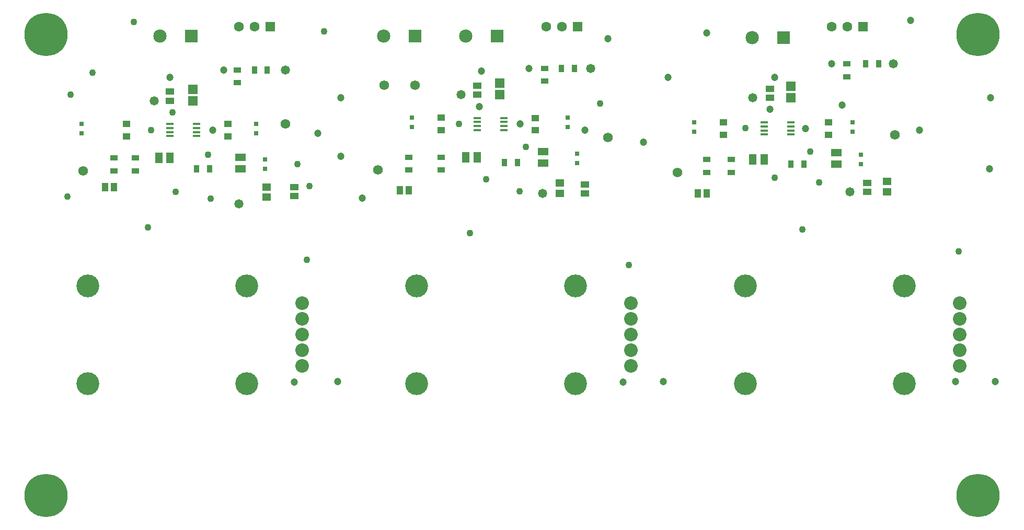
<source format=gts>
G04*
G04 #@! TF.GenerationSoftware,Altium Limited,Altium Designer,22.5.1 (42)*
G04*
G04 Layer_Color=8388736*
%FSLAX43Y43*%
%MOMM*%
G71*
G04*
G04 #@! TF.SameCoordinates,2A2A3854-17DD-444F-B545-0734B4948F52*
G04*
G04*
G04 #@! TF.FilePolarity,Negative*
G04*
G01*
G75*
%ADD17R,1.300X0.900*%
%ADD18R,0.900X1.200*%
%ADD19R,0.900X1.300*%
%ADD20R,0.750X0.800*%
%ADD21R,1.356X1.055*%
%ADD22R,1.300X1.000*%
%ADD23R,1.556X1.505*%
%ADD24R,1.456X1.255*%
%ADD25R,1.303X0.456*%
%ADD27R,1.055X1.356*%
%ADD28R,1.653X1.253*%
%ADD29R,1.253X1.653*%
%ADD30C,2.203*%
%ADD31C,3.703*%
%ADD32C,7.003*%
%ADD33C,1.603*%
%ADD34R,1.603X1.603*%
%ADD35C,2.153*%
%ADD36R,2.153X2.153*%
%ADD37C,1.570*%
%ADD38C,1.203*%
%ADD39C,1.103*%
%ADD40C,1.473*%
D17*
X134750Y73150D02*
D03*
Y75250D02*
D03*
X36000Y74250D02*
D03*
Y72150D02*
D03*
X116000Y59750D02*
D03*
Y57650D02*
D03*
X112000D02*
D03*
Y59750D02*
D03*
X63798Y60100D02*
D03*
Y58000D02*
D03*
X69000Y60100D02*
D03*
Y58000D02*
D03*
X85750Y74500D02*
D03*
Y72400D02*
D03*
X19500Y60000D02*
D03*
Y57900D02*
D03*
X16000Y60000D02*
D03*
Y57900D02*
D03*
D18*
X137750Y75250D02*
D03*
X139850D02*
D03*
X38750Y74250D02*
D03*
X40850D02*
D03*
X88500Y74500D02*
D03*
X90600D02*
D03*
D19*
X79250Y59250D02*
D03*
X81350D02*
D03*
X125650Y59000D02*
D03*
X127750D02*
D03*
X29376Y58241D02*
D03*
X31476D02*
D03*
D20*
X91000Y59150D02*
D03*
Y60650D02*
D03*
X89500Y66500D02*
D03*
Y65000D02*
D03*
X135625Y65750D02*
D03*
Y64250D02*
D03*
X110000Y65750D02*
D03*
Y64250D02*
D03*
X137000Y59000D02*
D03*
Y60500D02*
D03*
X64250Y66500D02*
D03*
Y65000D02*
D03*
X10750Y65500D02*
D03*
Y64000D02*
D03*
X40500Y59750D02*
D03*
Y58250D02*
D03*
X39000Y63975D02*
D03*
Y65475D02*
D03*
D21*
X25100Y70702D02*
D03*
Y69250D02*
D03*
X122250Y71202D02*
D03*
Y69750D02*
D03*
X138000Y54500D02*
D03*
Y55952D02*
D03*
X74850Y71702D02*
D03*
Y70250D02*
D03*
X92250Y55702D02*
D03*
Y54250D02*
D03*
X45250Y53798D02*
D03*
Y55250D02*
D03*
D22*
X84250Y66450D02*
D03*
Y64450D02*
D03*
X131750Y65750D02*
D03*
Y63750D02*
D03*
X114750Y65750D02*
D03*
Y63750D02*
D03*
X69000Y66500D02*
D03*
Y64500D02*
D03*
X18000Y65500D02*
D03*
Y63500D02*
D03*
X34500Y63475D02*
D03*
Y65475D02*
D03*
D23*
X28750Y71062D02*
D03*
Y69250D02*
D03*
X125650Y71562D02*
D03*
Y69750D02*
D03*
X78500Y72062D02*
D03*
Y70250D02*
D03*
D24*
X40750Y55250D02*
D03*
Y53598D02*
D03*
X141250Y54500D02*
D03*
Y56152D02*
D03*
X88250Y55902D02*
D03*
Y54250D02*
D03*
D25*
X29400Y63525D02*
D03*
Y64175D02*
D03*
Y64825D02*
D03*
Y65475D02*
D03*
X25100D02*
D03*
Y64825D02*
D03*
Y64175D02*
D03*
Y63525D02*
D03*
X121350Y63775D02*
D03*
Y64425D02*
D03*
Y65075D02*
D03*
Y65725D02*
D03*
X125650D02*
D03*
Y65075D02*
D03*
Y64425D02*
D03*
Y63775D02*
D03*
X74850Y64500D02*
D03*
Y65150D02*
D03*
Y65800D02*
D03*
Y66450D02*
D03*
X79150D02*
D03*
Y65800D02*
D03*
Y65150D02*
D03*
Y64500D02*
D03*
D27*
X110548Y54250D02*
D03*
X112000D02*
D03*
X62347Y54750D02*
D03*
X63798D02*
D03*
X14548Y55250D02*
D03*
X16000D02*
D03*
D28*
X133000Y59000D02*
D03*
Y60850D02*
D03*
X85500Y61000D02*
D03*
Y59150D02*
D03*
X36500Y60100D02*
D03*
Y58250D02*
D03*
D29*
X121350Y59750D02*
D03*
X119500D02*
D03*
X74850Y60100D02*
D03*
X73000D02*
D03*
X25100Y60000D02*
D03*
X23250D02*
D03*
D30*
X99750Y36430D02*
D03*
Y33890D02*
D03*
Y31350D02*
D03*
Y28810D02*
D03*
Y26270D02*
D03*
X153000Y36430D02*
D03*
Y33890D02*
D03*
Y31350D02*
D03*
Y28810D02*
D03*
Y26270D02*
D03*
X46500Y36430D02*
D03*
Y33890D02*
D03*
Y31350D02*
D03*
Y28810D02*
D03*
Y26270D02*
D03*
D31*
X90800Y39250D02*
D03*
Y23450D02*
D03*
X65000Y39250D02*
D03*
Y23450D02*
D03*
X144050Y39250D02*
D03*
Y23450D02*
D03*
X118250Y39250D02*
D03*
Y23450D02*
D03*
X37550Y39250D02*
D03*
Y23450D02*
D03*
X11750Y39250D02*
D03*
Y23450D02*
D03*
D32*
X156000Y80000D02*
D03*
Y5250D02*
D03*
X5000Y80000D02*
D03*
Y5250D02*
D03*
D33*
X132250Y81250D02*
D03*
X134790D02*
D03*
X36210Y81250D02*
D03*
X38750D02*
D03*
X86000Y81250D02*
D03*
X88540D02*
D03*
D34*
X137330D02*
D03*
X41290Y81250D02*
D03*
X91080Y81250D02*
D03*
D35*
X119420Y79500D02*
D03*
X23420Y79750D02*
D03*
X59670Y79750D02*
D03*
X73000D02*
D03*
D36*
X124500Y79500D02*
D03*
X28500Y79750D02*
D03*
X64750Y79750D02*
D03*
X78080D02*
D03*
D37*
X96000Y63250D02*
D03*
X43750Y65500D02*
D03*
X11000Y57900D02*
D03*
X107250Y57650D02*
D03*
X64750Y71750D02*
D03*
X59750D02*
D03*
X58750Y58000D02*
D03*
X142500Y63750D02*
D03*
D38*
X158750Y23750D02*
D03*
X152288Y23714D02*
D03*
X105000Y23750D02*
D03*
X98450Y23700D02*
D03*
X52250Y23750D02*
D03*
X45200Y23700D02*
D03*
X146500Y64500D02*
D03*
X157847Y58250D02*
D03*
X157950Y69750D02*
D03*
X145000Y82250D02*
D03*
X133920Y68500D02*
D03*
X105750Y73000D02*
D03*
X112000Y80250D02*
D03*
X96000Y79250D02*
D03*
X92250Y64500D02*
D03*
X56250Y53500D02*
D03*
X49000Y64000D02*
D03*
X52750Y69750D02*
D03*
X101750Y62500D02*
D03*
X52750Y60250D02*
D03*
X123000Y73000D02*
D03*
X122250Y67850D02*
D03*
X75500Y74000D02*
D03*
X75209Y68311D02*
D03*
X25100Y73000D02*
D03*
X128000Y64750D02*
D03*
X132250Y75250D02*
D03*
X83250Y74500D02*
D03*
X81750Y65500D02*
D03*
X33750Y74250D02*
D03*
X32000Y64500D02*
D03*
D39*
X94750Y68750D02*
D03*
X47700Y55450D02*
D03*
X45750Y59000D02*
D03*
X50000Y80500D02*
D03*
X19250Y82000D02*
D03*
X12500Y73750D02*
D03*
X9000Y70250D02*
D03*
X8500Y53750D02*
D03*
X21500Y48750D02*
D03*
X152802Y44798D02*
D03*
X127491Y48350D02*
D03*
X99366Y42603D02*
D03*
X73646Y47834D02*
D03*
X47250Y43500D02*
D03*
X130250Y56000D02*
D03*
X81681Y54571D02*
D03*
X71915Y65497D02*
D03*
X26000Y54500D02*
D03*
X128750Y61000D02*
D03*
X123000Y56750D02*
D03*
X82750Y61750D02*
D03*
X76250Y56500D02*
D03*
X31676Y53348D02*
D03*
X31250Y60500D02*
D03*
X25464Y67339D02*
D03*
X22055Y64495D02*
D03*
X118266Y64784D02*
D03*
D40*
X135250Y54500D02*
D03*
X85450Y54250D02*
D03*
X36250Y52500D02*
D03*
X119500Y69750D02*
D03*
X142250Y75250D02*
D03*
X72250Y70250D02*
D03*
X93250Y74500D02*
D03*
X22500Y69250D02*
D03*
X43750Y74250D02*
D03*
M02*

</source>
